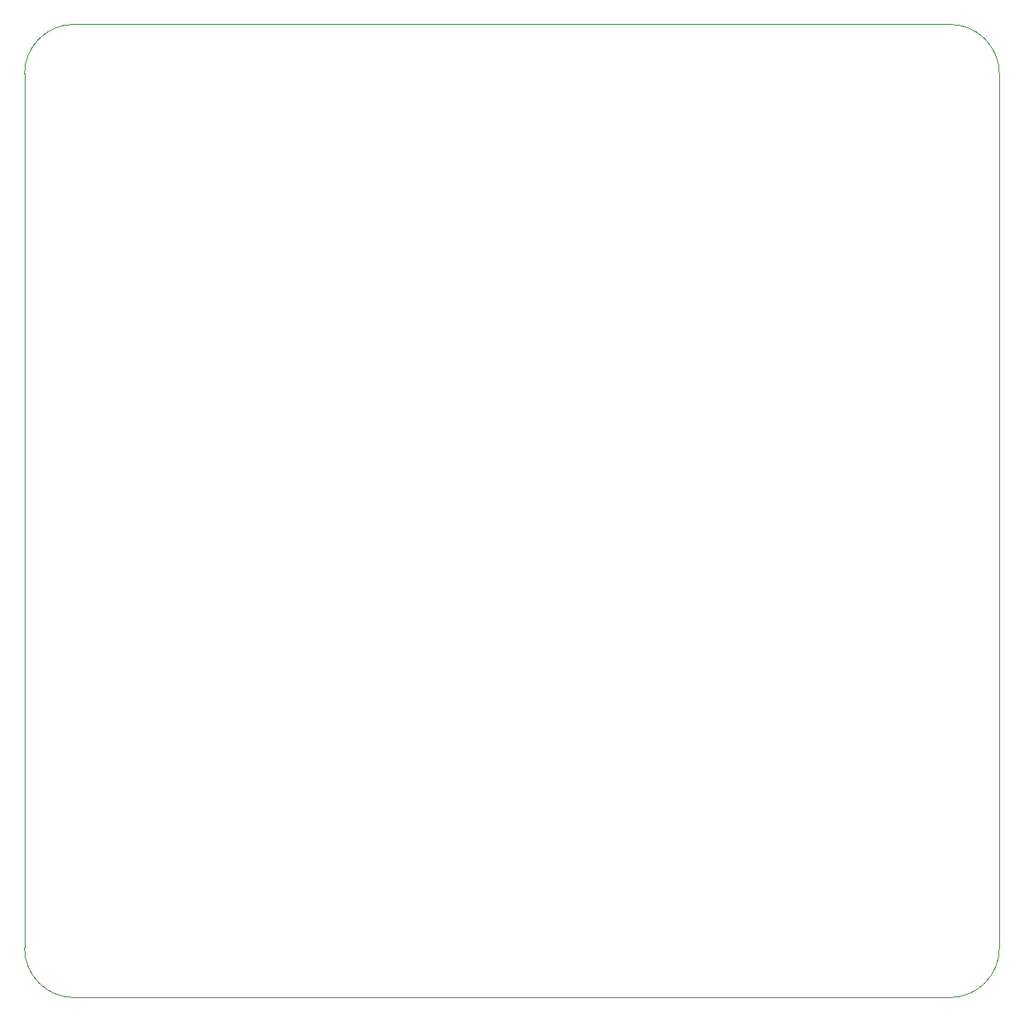
<source format=gbr>
G04 #@! TF.GenerationSoftware,KiCad,Pcbnew,(5.1.2-1)-1*
G04 #@! TF.CreationDate,2019-11-03T18:49:17-05:00*
G04 #@! TF.ProjectId,GR_BreadBoardBuddy,47525f42-7265-4616-9442-6f6172644275,rev?*
G04 #@! TF.SameCoordinates,Original*
G04 #@! TF.FileFunction,Profile,NP*
%FSLAX46Y46*%
G04 Gerber Fmt 4.6, Leading zero omitted, Abs format (unit mm)*
G04 Created by KiCad (PCBNEW (5.1.2-1)-1) date 2019-11-03 18:49:17*
%MOMM*%
%LPD*%
G04 APERTURE LIST*
%ADD10C,0.025400*%
G04 APERTURE END LIST*
D10*
X93091000Y-144771000D02*
G75*
G02X88011000Y-139691000I0J5080000D01*
G01*
X187960000Y-139691000D02*
G75*
G02X182880000Y-144771000I-5080000J0D01*
G01*
X182880000Y-44958000D02*
G75*
G02X187960000Y-50038000I0J-5080000D01*
G01*
X88011000Y-50038000D02*
G75*
G02X93091000Y-44958000I5080000J0D01*
G01*
X88011000Y-139691000D02*
X88011000Y-50038000D01*
X182880000Y-144771000D02*
X93091000Y-144771000D01*
X187960000Y-50038000D02*
X187960000Y-139691000D01*
X93091000Y-44958000D02*
X182880000Y-44958000D01*
M02*

</source>
